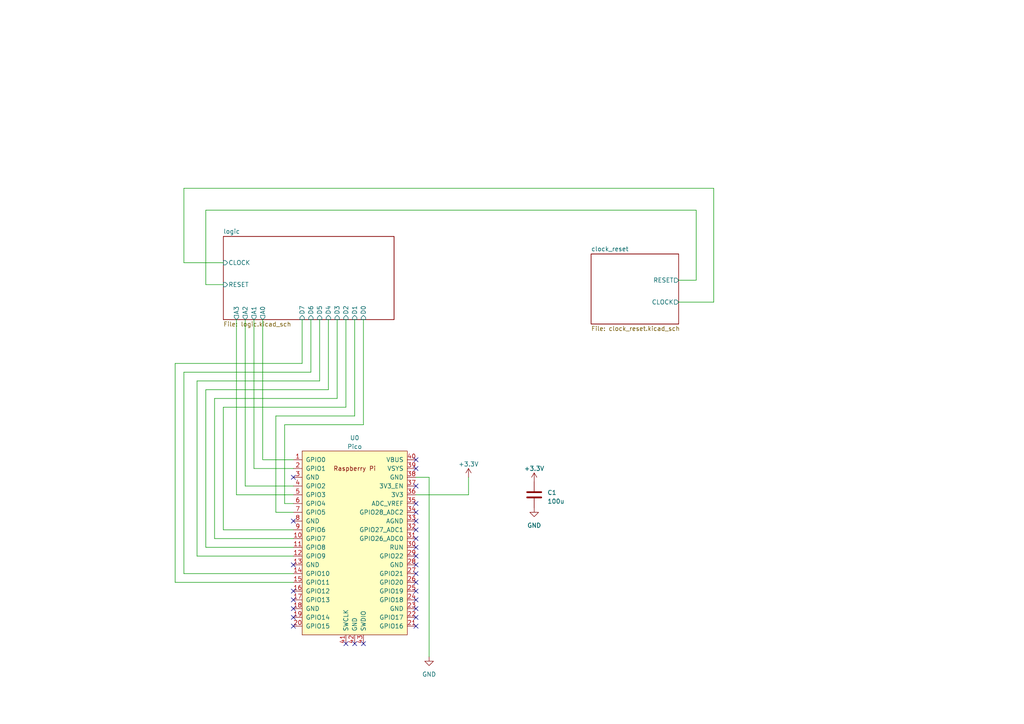
<source format=kicad_sch>
(kicad_sch (version 20230121) (generator eeschema)
  (paper "A4")
  (lib_symbols
    (symbol "Device:C" (pin_numbers hide) (pin_names (offset 0.254))
      (property "Reference" "C" (at 0.635 2.54 0))
      (property "Value" "C" (at 0.635 -2.54 0))
      (symbol "C_0_1"
        (polyline (pts (xy -2.032 -0.762) (xy 2.032 -0.762)) (stroke (width 0.508)))
        (polyline (pts (xy -2.032 0.762) (xy 2.032 0.762)) (stroke (width 0.508)))
      )
      (symbol "C_1_1"
        (pin passive line (at 0 3.81 270) (length 2.794) (name "~") (number "1"))
        (pin passive line (at 0 -3.81 90) (length 2.794) (name "~") (number "2"))
      )
    )
    (symbol "RPi_Pico:Pico" (pin_names (offset 1.016))
      (property "Reference" "U0" (at 0 30.48 0))
      (property "Value" "Pico" (at 0 27.94 0))
      (symbol "Pico_0_0"
        (text "Raspberry Pi" (at 0 21.59 0) (effects (font (size 1.27 1.27))))
      )
      (symbol "Pico_0_1"
        (rectangle (start -15.24 26.67) (end 15.24 -26.67) (fill (type background)))
      )
      (symbol "Pico_1_1"
        (pin bidirectional line (at -17.78 24.13 0) (length 2.54) (name "GPIO0") (number "1"))
        (pin bidirectional line (at -17.78 1.27 0) (length 2.54) (name "GPIO7") (number "10"))
        (pin bidirectional line (at -17.78 -1.27 0) (length 2.54) (name "GPIO8") (number "11"))
        (pin bidirectional line (at -17.78 -3.81 0) (length 2.54) (name "GPIO9") (number "12"))
        (pin power_in line (at -17.78 -6.35 0) (length 2.54) (name "GND") (number "13"))
        (pin bidirectional line (at -17.78 -8.89 0) (length 2.54) (name "GPIO10") (number "14"))
        (pin bidirectional line (at -17.78 -11.43 0) (length 2.54) (name "GPIO11") (number "15"))
        (pin bidirectional line (at -17.78 -13.97 0) (length 2.54) (name "GPIO12") (number "16"))
        (pin bidirectional line (at -17.78 -16.51 0) (length 2.54) (name "GPIO13") (number "17"))
        (pin power_in line (at -17.78 -19.05 0) (length 2.54) (name "GND") (number "18"))
        (pin bidirectional line (at -17.78 -21.59 0) (length 2.54) (name "GPIO14") (number "19"))
        (pin bidirectional line (at -17.78 21.59 0) (length 2.54) (name "GPIO1") (number "2"))
        (pin bidirectional line (at -17.78 -24.13 0) (length 2.54) (name "GPIO15") (number "20"))
        (pin bidirectional line (at 17.78 -24.13 180) (length 2.54) (name "GPIO16") (number "21"))
        (pin bidirectional line (at 17.78 -21.59 180) (length 2.54) (name "GPIO17") (number "22"))
        (pin power_in line (at 17.78 -19.05 180) (length 2.54) (name "GND") (number "23"))
        (pin bidirectional line (at 17.78 -16.51 180) (length 2.54) (name "GPIO18") (number "24"))
        (pin bidirectional line (at 17.78 -13.97 180) (length 2.54) (name "GPIO19") (number "25"))
        (pin bidirectional line (at 17.78 -11.43 180) (length 2.54) (name "GPIO20") (number "26"))
        (pin bidirectional line (at 17.78 -8.89 180) (length 2.54) (name "GPIO21") (number "27"))
        (pin power_in line (at 17.78 -6.35 180) (length 2.54) (name "GND") (number "28"))
        (pin bidirectional line (at 17.78 -3.81 180) (length 2.54) (name "GPIO22") (number "29"))
        (pin power_in line (at -17.78 19.05 0) (length 2.54) (name "GND") (number "3"))
        (pin input line (at 17.78 -1.27 180) (length 2.54) (name "RUN") (number "30"))
        (pin bidirectional line (at 17.78 1.27 180) (length 2.54) (name "GPIO26_ADC0") (number "31"))
        (pin bidirectional line (at 17.78 3.81 180) (length 2.54) (name "GPIO27_ADC1") (number "32"))
        (pin power_in line (at 17.78 6.35 180) (length 2.54) (name "AGND") (number "33"))
        (pin bidirectional line (at 17.78 8.89 180) (length 2.54) (name "GPIO28_ADC2") (number "34"))
        (pin unspecified line (at 17.78 11.43 180) (length 2.54) (name "ADC_VREF") (number "35"))
        (pin power_out line (at 17.78 13.97 180) (length 2.54) (name "3V3") (number "36"))
        (pin input line (at 17.78 16.51 180) (length 2.54) (name "3V3_EN") (number "37"))
        (pin power_out line (at 17.78 19.05 180) (length 2.54) (name "GND") (number "38"))
        (pin unspecified line (at 17.78 21.59 180) (length 2.54) (name "VSYS") (number "39"))
        (pin bidirectional line (at -17.78 16.51 0) (length 2.54) (name "GPIO2") (number "4"))
        (pin unspecified line (at 17.78 24.13 180) (length 2.54) (name "VBUS") (number "40"))
        (pin input line (at -2.54 -29.21 90) (length 2.54) (name "SWCLK") (number "41"))
        (pin power_in line (at 0 -29.21 90) (length 2.54) (name "GND") (number "42"))
        (pin bidirectional line (at 2.54 -29.21 90) (length 2.54) (name "SWDIO") (number "43"))
        (pin bidirectional line (at -17.78 13.97 0) (length 2.54) (name "GPIO3") (number "5"))
        (pin bidirectional line (at -17.78 11.43 0) (length 2.54) (name "GPIO4") (number "6"))
        (pin bidirectional line (at -17.78 8.89 0) (length 2.54) (name "GPIO5") (number "7"))
        (pin power_in line (at -17.78 6.35 0) (length 2.54) (name "GND") (number "8"))
        (pin bidirectional line (at -17.78 3.81 0) (length 2.54) (name "GPIO6") (number "9"))
      )
    )
    (symbol "power:+3.3V" (power) (pin_names (offset 0))
      (property "Value" "+3.3V" (at 0 3.556 0))
      (symbol "+3.3V_0_1"
        (polyline (pts (xy -0.762 1.27) (xy 0 2.54)))
        (polyline (pts (xy 0 0) (xy 0 2.54)))
        (polyline (pts (xy 0 2.54) (xy 0.762 1.27)))
      )
      (symbol "+3.3V_1_1"
        (pin power_in line (at 0 0 90) (length 0) hide (name "+3.3V") (number "1"))
      )
    )
    (symbol "power:GND" (power) (pin_names (offset 0))
      (property "Value" "GND" (at 0 -3.81 0))
      (symbol "GND_0_1"
        (polyline (pts (xy 0 0) (xy 0 -1.27) (xy 1.27 -1.27) (xy 0 -2.54) (xy -1.27 -1.27) (xy 0 -1.27)))
      )
      (symbol "GND_1_1"
        (pin power_in line (at 0 0 270) (length 0) hide (name "GND") (number "1"))
      )
    )
  )
  (no_connect (at 85.09 151.13))
  (no_connect (at 85.09 171.45))
  (no_connect (at 120.65 173.99))
  (no_connect (at 105.41 186.69))
  (no_connect (at 120.65 151.13))
  (no_connect (at 85.09 163.83))
  (no_connect (at 120.65 168.91))
  (no_connect (at 85.09 173.99))
  (no_connect (at 120.65 158.75))
  (no_connect (at 120.65 133.35))
  (no_connect (at 120.65 153.67))
  (no_connect (at 85.09 138.43))
  (no_connect (at 102.87 186.69))
  (no_connect (at 120.65 176.53))
  (no_connect (at 100.33 186.69))
  (no_connect (at 120.65 140.97))
  (no_connect (at 120.65 171.45))
  (no_connect (at 120.65 179.07))
  (no_connect (at 85.09 181.61))
  (no_connect (at 120.65 181.61))
  (no_connect (at 120.65 161.29))
  (no_connect (at 120.65 148.59))
  (no_connect (at 85.09 176.53))
  (no_connect (at 120.65 146.05))
  (no_connect (at 120.65 156.21))
  (no_connect (at 85.09 179.07))
  (no_connect (at 120.65 166.37))
  (no_connect (at 120.65 135.89))
  (no_connect (at 120.65 163.83))
  (wire (pts (xy 62.23 156.21) (xy 62.23 115.57)))
  (wire (pts (xy 85.09 153.67) (xy 64.77 153.67)))
  (wire (pts (xy 59.69 158.75) (xy 85.09 158.75)))
  (wire (pts (xy 85.09 156.21) (xy 62.23 156.21)))
  (wire (pts (xy 64.77 153.67) (xy 64.77 118.11)))
  (wire (pts (xy 102.87 92.71) (xy 102.87 120.65)))
  (wire (pts (xy 95.25 92.71) (xy 95.25 113.03)))
  (wire (pts (xy 68.58 143.51) (xy 68.58 92.71)))
  (wire (pts (xy 71.12 92.71) (xy 71.12 140.97)))
  (wire (pts (xy 80.01 120.65) (xy 102.87 120.65)))
  (wire (pts (xy 57.15 110.49) (xy 92.71 110.49)))
  (wire (pts (xy 76.2 133.35) (xy 85.09 133.35)))
  (wire (pts (xy 207.01 87.63) (xy 196.85 87.63)))
  (wire (pts (xy 50.8 168.91) (xy 50.8 105.41)))
  (wire (pts (xy 124.46 138.43) (xy 124.46 190.5)))
  (wire (pts (xy 135.89 143.51) (xy 135.89 138.43)))
  (wire (pts (xy 73.66 135.89) (xy 73.66 92.71)))
  (wire (pts (xy 57.15 161.29) (xy 57.15 110.49)))
  (wire (pts (xy 92.71 92.71) (xy 92.71 110.49)))
  (wire (pts (xy 59.69 60.96) (xy 59.69 82.55)))
  (wire (pts (xy 120.65 138.43) (xy 124.46 138.43)))
  (wire (pts (xy 90.17 107.95) (xy 53.34 107.95)))
  (wire (pts (xy 59.69 113.03) (xy 59.69 158.75)))
  (wire (pts (xy 105.41 123.19) (xy 105.41 92.71)))
  (wire (pts (xy 53.34 76.2) (xy 53.34 54.61)))
  (wire (pts (xy 97.79 115.57) (xy 97.79 92.71)))
  (wire (pts (xy 53.34 166.37) (xy 85.09 166.37)))
  (wire (pts (xy 59.69 82.55) (xy 64.77 82.55)))
  (wire (pts (xy 95.25 113.03) (xy 59.69 113.03)))
  (wire (pts (xy 53.34 107.95) (xy 53.34 166.37)))
  (wire (pts (xy 85.09 161.29) (xy 57.15 161.29)))
  (wire (pts (xy 50.8 105.41) (xy 87.63 105.41)))
  (wire (pts (xy 85.09 148.59) (xy 80.01 148.59)))
  (wire (pts (xy 85.09 146.05) (xy 82.55 146.05)))
  (wire (pts (xy 120.65 143.51) (xy 135.89 143.51)))
  (wire (pts (xy 64.77 76.2) (xy 53.34 76.2)))
  (wire (pts (xy 62.23 115.57) (xy 97.79 115.57)))
  (wire (pts (xy 64.77 118.11) (xy 100.33 118.11)))
  (wire (pts (xy 82.55 123.19) (xy 105.41 123.19)))
  (wire (pts (xy 90.17 92.71) (xy 90.17 107.95)))
  (wire (pts (xy 71.12 140.97) (xy 85.09 140.97)))
  (wire (pts (xy 76.2 92.71) (xy 76.2 133.35)))
  (wire (pts (xy 207.01 54.61) (xy 207.01 87.63)))
  (wire (pts (xy 85.09 143.51) (xy 68.58 143.51)))
  (wire (pts (xy 100.33 118.11) (xy 100.33 92.71)))
  (wire (pts (xy 201.93 81.28) (xy 201.93 60.96)))
  (wire (pts (xy 85.09 135.89) (xy 73.66 135.89)))
  (wire (pts (xy 201.93 60.96) (xy 59.69 60.96)))
  (wire (pts (xy 87.63 105.41) (xy 87.63 92.71)))
  (wire (pts (xy 85.09 168.91) (xy 50.8 168.91)))
  (wire (pts (xy 196.85 81.28) (xy 201.93 81.28)))
  (wire (pts (xy 80.01 148.59) (xy 80.01 120.65)))
  (wire (pts (xy 53.34 54.61) (xy 207.01 54.61)))
  (wire (pts (xy 82.55 146.05) (xy 82.55 123.19)))
  (symbol (lib_id "power:+3.3V") (at 135.89 138.43 0) (unit 1)
    (property "Reference" "#PWR02" (effects hide))
    (property "Value" "+3.3V" (at 135.89 134.62 0))
  )
  (symbol (lib_id "Device:C") (at 154.94 143.51 0) (unit 1)
    (property "Reference" "C1" (at 158.75 142.875 0) (effects (justify left)))
    (property "Value" "100u" (at 158.75 145.415 0) (effects (justify left)))
    (property "Footprint" "Capacitor_THT:CP_Radial_D5.0mm_P2.00mm" (effects hide))
  )
  (symbol (lib_id "RPi_Pico:Pico") (at 102.87 157.48 0) (unit 1)
    (property "Reference" "U0" (at 102.87 127 0))
    (property "Value" "Pico" (at 102.87 129.54 0))
    (property "Footprint" "RPi_Pico:RPi_Pico_SMD_TH" (effects hide))
  )
  (symbol (lib_id "power:GND") (at 124.46 190.5 0) (unit 1)
    (property "Reference" "#PWR041" (effects hide))
    (property "Value" "GND" (at 124.46 195.58 0))
  )
  (symbol (lib_id "power:+3.3V") (at 154.94 139.7 0) (unit 1)
    (property "Reference" "#PWR05" (effects hide))
    (property "Value" "+3.3V" (at 154.94 135.89 0))
  )
  (symbol (lib_id "power:GND") (at 154.94 147.32 0) (unit 1)
    (property "Reference" "#PWR010" (effects hide))
    (property "Value" "GND" (at 154.94 152.4 0))
  )
  (sheet (at 64.77 68.58) (size 49.53 24.13) (stroke (width 0.1524))
    (property "Sheetname" "logic" (at 64.77 67.8684 0) (effects (justify left bottom)))
    (property "Sheetfile" "logic.kicad_sch" (at 64.77 93.2946 0) (effects (justify left top)))
    (pin "CLOCK" input (at 64.77 76.2 180))
    (pin "RESET" input (at 64.77 82.55 180))
    (pin "A3" output (at 68.58 92.71 270))
    (pin "A1" output (at 73.66 92.71 270))
    (pin "A2" output (at 71.12 92.71 270))
    (pin "A0" output (at 76.2 92.71 270))
    (pin "D5" input (at 92.71 92.71 270))
    (pin "D6" input (at 90.17 92.71 270))
    (pin "D3" input (at 97.79 92.71 270))
    (pin "D4" input (at 95.25 92.71 270))
    (pin "D0" input (at 105.41 92.71 270))
    (pin "D1" input (at 102.87 92.71 270))
    (pin "D2" input (at 100.33 92.71 270))
    (pin "D7" input (at 87.63 92.71 270))
  )
  (sheet (at 171.45 73.66) (size 25.4 20.32) (stroke (width 0.1524))
    (property "Sheetname" "clock_reset" (at 171.45 72.9484 0) (effects (justify left bottom)))
    (property "Sheetfile" "clock_reset.kicad_sch" (at 171.45 94.5646 0) (effects (justify left top)))
    (pin "RESET" output (at 196.85 81.28 0))
    (pin "CLOCK" output (at 196.85 87.63 0))
  )
)
</source>
